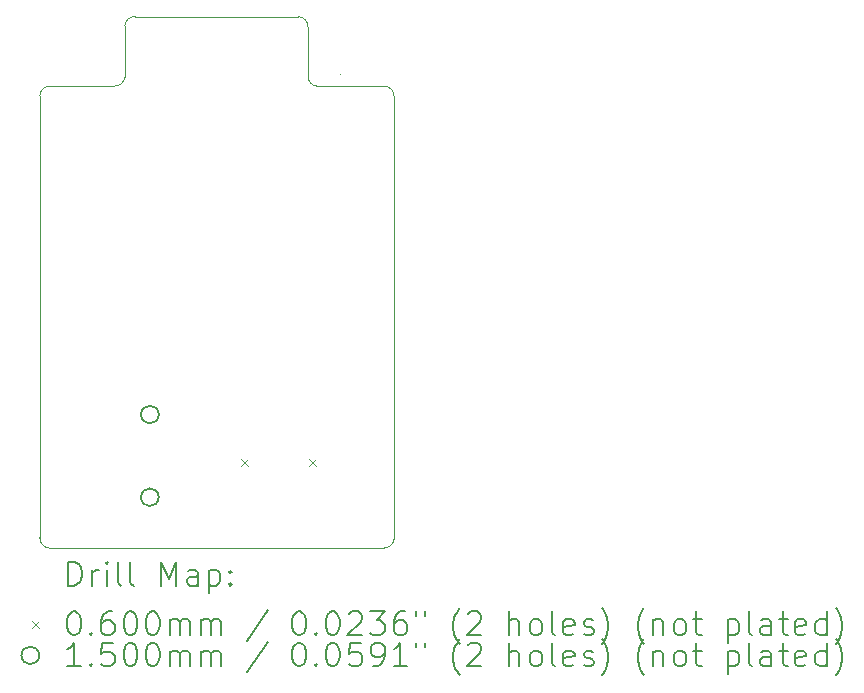
<source format=gbr>
%TF.GenerationSoftware,KiCad,Pcbnew,7.0.2-6a45011f42~172~ubuntu22.04.1*%
%TF.CreationDate,2023-05-14T19:46:34+02:00*%
%TF.ProjectId,PowerMeter,506f7765-724d-4657-9465-722e6b696361,rev?*%
%TF.SameCoordinates,Original*%
%TF.FileFunction,Drillmap*%
%TF.FilePolarity,Positive*%
%FSLAX45Y45*%
G04 Gerber Fmt 4.5, Leading zero omitted, Abs format (unit mm)*
G04 Created by KiCad (PCBNEW 7.0.2-6a45011f42~172~ubuntu22.04.1) date 2023-05-14 19:46:34*
%MOMM*%
%LPD*%
G01*
G04 APERTURE LIST*
%ADD10C,0.100000*%
%ADD11C,0.200000*%
%ADD12C,0.060000*%
%ADD13C,0.150000*%
G04 APERTURE END LIST*
D10*
X9538777Y-7513223D02*
X9538777Y-7513223D01*
X9270000Y-7118834D02*
G75*
G03*
X9190489Y-7030000I-84170J4665D01*
G01*
X7080000Y-11530000D02*
X9911166Y-11529511D01*
X9349640Y-7620000D02*
X9920000Y-7620000D01*
X7088834Y-7620490D02*
G75*
G03*
X7000000Y-7700000I-4664J-84170D01*
G01*
X7000000Y-7700000D02*
X7000489Y-11441165D01*
X9270130Y-7531166D02*
G75*
G03*
X9349640Y-7620000I84170J-4664D01*
G01*
X7720000Y-7110000D02*
X7720000Y-7540000D01*
X9270000Y-7118834D02*
X9270129Y-7531165D01*
X9999510Y-7708834D02*
G75*
G03*
X9920000Y-7620000I-84170J4664D01*
G01*
X7808834Y-7030490D02*
G75*
G03*
X7720000Y-7110000I-4664J-84170D01*
G01*
X7631166Y-7619510D02*
G75*
G03*
X7720000Y-7540000I4664J84170D01*
G01*
X7808834Y-7030489D02*
X9190489Y-7030000D01*
X9911166Y-11529510D02*
G75*
G03*
X10000000Y-11450000I4664J84170D01*
G01*
X7000490Y-11441166D02*
G75*
G03*
X7080000Y-11530000I84170J-4664D01*
G01*
X7631165Y-7619511D02*
X7088834Y-7620489D01*
X9999511Y-7708834D02*
X10000000Y-11450000D01*
D11*
D12*
X8703000Y-10777500D02*
X8763000Y-10837500D01*
X8763000Y-10777500D02*
X8703000Y-10837500D01*
X9281000Y-10777500D02*
X9341000Y-10837500D01*
X9341000Y-10777500D02*
X9281000Y-10837500D01*
D13*
X8007000Y-10400000D02*
G75*
G03*
X8007000Y-10400000I-75000J0D01*
G01*
X8007000Y-11100000D02*
G75*
G03*
X8007000Y-11100000I-75000J0D01*
G01*
D11*
X7242619Y-11847524D02*
X7242619Y-11647524D01*
X7242619Y-11647524D02*
X7290238Y-11647524D01*
X7290238Y-11647524D02*
X7318809Y-11657048D01*
X7318809Y-11657048D02*
X7337857Y-11676095D01*
X7337857Y-11676095D02*
X7347381Y-11695143D01*
X7347381Y-11695143D02*
X7356905Y-11733238D01*
X7356905Y-11733238D02*
X7356905Y-11761809D01*
X7356905Y-11761809D02*
X7347381Y-11799905D01*
X7347381Y-11799905D02*
X7337857Y-11818952D01*
X7337857Y-11818952D02*
X7318809Y-11838000D01*
X7318809Y-11838000D02*
X7290238Y-11847524D01*
X7290238Y-11847524D02*
X7242619Y-11847524D01*
X7442619Y-11847524D02*
X7442619Y-11714190D01*
X7442619Y-11752286D02*
X7452143Y-11733238D01*
X7452143Y-11733238D02*
X7461667Y-11723714D01*
X7461667Y-11723714D02*
X7480714Y-11714190D01*
X7480714Y-11714190D02*
X7499762Y-11714190D01*
X7566428Y-11847524D02*
X7566428Y-11714190D01*
X7566428Y-11647524D02*
X7556905Y-11657048D01*
X7556905Y-11657048D02*
X7566428Y-11666571D01*
X7566428Y-11666571D02*
X7575952Y-11657048D01*
X7575952Y-11657048D02*
X7566428Y-11647524D01*
X7566428Y-11647524D02*
X7566428Y-11666571D01*
X7690238Y-11847524D02*
X7671190Y-11838000D01*
X7671190Y-11838000D02*
X7661667Y-11818952D01*
X7661667Y-11818952D02*
X7661667Y-11647524D01*
X7795000Y-11847524D02*
X7775952Y-11838000D01*
X7775952Y-11838000D02*
X7766428Y-11818952D01*
X7766428Y-11818952D02*
X7766428Y-11647524D01*
X8023571Y-11847524D02*
X8023571Y-11647524D01*
X8023571Y-11647524D02*
X8090238Y-11790381D01*
X8090238Y-11790381D02*
X8156905Y-11647524D01*
X8156905Y-11647524D02*
X8156905Y-11847524D01*
X8337857Y-11847524D02*
X8337857Y-11742762D01*
X8337857Y-11742762D02*
X8328333Y-11723714D01*
X8328333Y-11723714D02*
X8309286Y-11714190D01*
X8309286Y-11714190D02*
X8271190Y-11714190D01*
X8271190Y-11714190D02*
X8252143Y-11723714D01*
X8337857Y-11838000D02*
X8318809Y-11847524D01*
X8318809Y-11847524D02*
X8271190Y-11847524D01*
X8271190Y-11847524D02*
X8252143Y-11838000D01*
X8252143Y-11838000D02*
X8242619Y-11818952D01*
X8242619Y-11818952D02*
X8242619Y-11799905D01*
X8242619Y-11799905D02*
X8252143Y-11780857D01*
X8252143Y-11780857D02*
X8271190Y-11771333D01*
X8271190Y-11771333D02*
X8318809Y-11771333D01*
X8318809Y-11771333D02*
X8337857Y-11761809D01*
X8433095Y-11714190D02*
X8433095Y-11914190D01*
X8433095Y-11723714D02*
X8452143Y-11714190D01*
X8452143Y-11714190D02*
X8490238Y-11714190D01*
X8490238Y-11714190D02*
X8509286Y-11723714D01*
X8509286Y-11723714D02*
X8518810Y-11733238D01*
X8518810Y-11733238D02*
X8528333Y-11752286D01*
X8528333Y-11752286D02*
X8528333Y-11809428D01*
X8528333Y-11809428D02*
X8518810Y-11828476D01*
X8518810Y-11828476D02*
X8509286Y-11838000D01*
X8509286Y-11838000D02*
X8490238Y-11847524D01*
X8490238Y-11847524D02*
X8452143Y-11847524D01*
X8452143Y-11847524D02*
X8433095Y-11838000D01*
X8614048Y-11828476D02*
X8623571Y-11838000D01*
X8623571Y-11838000D02*
X8614048Y-11847524D01*
X8614048Y-11847524D02*
X8604524Y-11838000D01*
X8604524Y-11838000D02*
X8614048Y-11828476D01*
X8614048Y-11828476D02*
X8614048Y-11847524D01*
X8614048Y-11723714D02*
X8623571Y-11733238D01*
X8623571Y-11733238D02*
X8614048Y-11742762D01*
X8614048Y-11742762D02*
X8604524Y-11733238D01*
X8604524Y-11733238D02*
X8614048Y-11723714D01*
X8614048Y-11723714D02*
X8614048Y-11742762D01*
D12*
X6935000Y-12145000D02*
X6995000Y-12205000D01*
X6995000Y-12145000D02*
X6935000Y-12205000D01*
D11*
X7280714Y-12067524D02*
X7299762Y-12067524D01*
X7299762Y-12067524D02*
X7318809Y-12077048D01*
X7318809Y-12077048D02*
X7328333Y-12086571D01*
X7328333Y-12086571D02*
X7337857Y-12105619D01*
X7337857Y-12105619D02*
X7347381Y-12143714D01*
X7347381Y-12143714D02*
X7347381Y-12191333D01*
X7347381Y-12191333D02*
X7337857Y-12229428D01*
X7337857Y-12229428D02*
X7328333Y-12248476D01*
X7328333Y-12248476D02*
X7318809Y-12258000D01*
X7318809Y-12258000D02*
X7299762Y-12267524D01*
X7299762Y-12267524D02*
X7280714Y-12267524D01*
X7280714Y-12267524D02*
X7261667Y-12258000D01*
X7261667Y-12258000D02*
X7252143Y-12248476D01*
X7252143Y-12248476D02*
X7242619Y-12229428D01*
X7242619Y-12229428D02*
X7233095Y-12191333D01*
X7233095Y-12191333D02*
X7233095Y-12143714D01*
X7233095Y-12143714D02*
X7242619Y-12105619D01*
X7242619Y-12105619D02*
X7252143Y-12086571D01*
X7252143Y-12086571D02*
X7261667Y-12077048D01*
X7261667Y-12077048D02*
X7280714Y-12067524D01*
X7433095Y-12248476D02*
X7442619Y-12258000D01*
X7442619Y-12258000D02*
X7433095Y-12267524D01*
X7433095Y-12267524D02*
X7423571Y-12258000D01*
X7423571Y-12258000D02*
X7433095Y-12248476D01*
X7433095Y-12248476D02*
X7433095Y-12267524D01*
X7614048Y-12067524D02*
X7575952Y-12067524D01*
X7575952Y-12067524D02*
X7556905Y-12077048D01*
X7556905Y-12077048D02*
X7547381Y-12086571D01*
X7547381Y-12086571D02*
X7528333Y-12115143D01*
X7528333Y-12115143D02*
X7518809Y-12153238D01*
X7518809Y-12153238D02*
X7518809Y-12229428D01*
X7518809Y-12229428D02*
X7528333Y-12248476D01*
X7528333Y-12248476D02*
X7537857Y-12258000D01*
X7537857Y-12258000D02*
X7556905Y-12267524D01*
X7556905Y-12267524D02*
X7595000Y-12267524D01*
X7595000Y-12267524D02*
X7614048Y-12258000D01*
X7614048Y-12258000D02*
X7623571Y-12248476D01*
X7623571Y-12248476D02*
X7633095Y-12229428D01*
X7633095Y-12229428D02*
X7633095Y-12181809D01*
X7633095Y-12181809D02*
X7623571Y-12162762D01*
X7623571Y-12162762D02*
X7614048Y-12153238D01*
X7614048Y-12153238D02*
X7595000Y-12143714D01*
X7595000Y-12143714D02*
X7556905Y-12143714D01*
X7556905Y-12143714D02*
X7537857Y-12153238D01*
X7537857Y-12153238D02*
X7528333Y-12162762D01*
X7528333Y-12162762D02*
X7518809Y-12181809D01*
X7756905Y-12067524D02*
X7775952Y-12067524D01*
X7775952Y-12067524D02*
X7795000Y-12077048D01*
X7795000Y-12077048D02*
X7804524Y-12086571D01*
X7804524Y-12086571D02*
X7814048Y-12105619D01*
X7814048Y-12105619D02*
X7823571Y-12143714D01*
X7823571Y-12143714D02*
X7823571Y-12191333D01*
X7823571Y-12191333D02*
X7814048Y-12229428D01*
X7814048Y-12229428D02*
X7804524Y-12248476D01*
X7804524Y-12248476D02*
X7795000Y-12258000D01*
X7795000Y-12258000D02*
X7775952Y-12267524D01*
X7775952Y-12267524D02*
X7756905Y-12267524D01*
X7756905Y-12267524D02*
X7737857Y-12258000D01*
X7737857Y-12258000D02*
X7728333Y-12248476D01*
X7728333Y-12248476D02*
X7718809Y-12229428D01*
X7718809Y-12229428D02*
X7709286Y-12191333D01*
X7709286Y-12191333D02*
X7709286Y-12143714D01*
X7709286Y-12143714D02*
X7718809Y-12105619D01*
X7718809Y-12105619D02*
X7728333Y-12086571D01*
X7728333Y-12086571D02*
X7737857Y-12077048D01*
X7737857Y-12077048D02*
X7756905Y-12067524D01*
X7947381Y-12067524D02*
X7966429Y-12067524D01*
X7966429Y-12067524D02*
X7985476Y-12077048D01*
X7985476Y-12077048D02*
X7995000Y-12086571D01*
X7995000Y-12086571D02*
X8004524Y-12105619D01*
X8004524Y-12105619D02*
X8014048Y-12143714D01*
X8014048Y-12143714D02*
X8014048Y-12191333D01*
X8014048Y-12191333D02*
X8004524Y-12229428D01*
X8004524Y-12229428D02*
X7995000Y-12248476D01*
X7995000Y-12248476D02*
X7985476Y-12258000D01*
X7985476Y-12258000D02*
X7966429Y-12267524D01*
X7966429Y-12267524D02*
X7947381Y-12267524D01*
X7947381Y-12267524D02*
X7928333Y-12258000D01*
X7928333Y-12258000D02*
X7918809Y-12248476D01*
X7918809Y-12248476D02*
X7909286Y-12229428D01*
X7909286Y-12229428D02*
X7899762Y-12191333D01*
X7899762Y-12191333D02*
X7899762Y-12143714D01*
X7899762Y-12143714D02*
X7909286Y-12105619D01*
X7909286Y-12105619D02*
X7918809Y-12086571D01*
X7918809Y-12086571D02*
X7928333Y-12077048D01*
X7928333Y-12077048D02*
X7947381Y-12067524D01*
X8099762Y-12267524D02*
X8099762Y-12134190D01*
X8099762Y-12153238D02*
X8109286Y-12143714D01*
X8109286Y-12143714D02*
X8128333Y-12134190D01*
X8128333Y-12134190D02*
X8156905Y-12134190D01*
X8156905Y-12134190D02*
X8175952Y-12143714D01*
X8175952Y-12143714D02*
X8185476Y-12162762D01*
X8185476Y-12162762D02*
X8185476Y-12267524D01*
X8185476Y-12162762D02*
X8195000Y-12143714D01*
X8195000Y-12143714D02*
X8214048Y-12134190D01*
X8214048Y-12134190D02*
X8242619Y-12134190D01*
X8242619Y-12134190D02*
X8261667Y-12143714D01*
X8261667Y-12143714D02*
X8271190Y-12162762D01*
X8271190Y-12162762D02*
X8271190Y-12267524D01*
X8366429Y-12267524D02*
X8366429Y-12134190D01*
X8366429Y-12153238D02*
X8375952Y-12143714D01*
X8375952Y-12143714D02*
X8395000Y-12134190D01*
X8395000Y-12134190D02*
X8423572Y-12134190D01*
X8423572Y-12134190D02*
X8442619Y-12143714D01*
X8442619Y-12143714D02*
X8452143Y-12162762D01*
X8452143Y-12162762D02*
X8452143Y-12267524D01*
X8452143Y-12162762D02*
X8461667Y-12143714D01*
X8461667Y-12143714D02*
X8480714Y-12134190D01*
X8480714Y-12134190D02*
X8509286Y-12134190D01*
X8509286Y-12134190D02*
X8528333Y-12143714D01*
X8528333Y-12143714D02*
X8537857Y-12162762D01*
X8537857Y-12162762D02*
X8537857Y-12267524D01*
X8928333Y-12058000D02*
X8756905Y-12315143D01*
X9185476Y-12067524D02*
X9204524Y-12067524D01*
X9204524Y-12067524D02*
X9223572Y-12077048D01*
X9223572Y-12077048D02*
X9233095Y-12086571D01*
X9233095Y-12086571D02*
X9242619Y-12105619D01*
X9242619Y-12105619D02*
X9252143Y-12143714D01*
X9252143Y-12143714D02*
X9252143Y-12191333D01*
X9252143Y-12191333D02*
X9242619Y-12229428D01*
X9242619Y-12229428D02*
X9233095Y-12248476D01*
X9233095Y-12248476D02*
X9223572Y-12258000D01*
X9223572Y-12258000D02*
X9204524Y-12267524D01*
X9204524Y-12267524D02*
X9185476Y-12267524D01*
X9185476Y-12267524D02*
X9166429Y-12258000D01*
X9166429Y-12258000D02*
X9156905Y-12248476D01*
X9156905Y-12248476D02*
X9147381Y-12229428D01*
X9147381Y-12229428D02*
X9137857Y-12191333D01*
X9137857Y-12191333D02*
X9137857Y-12143714D01*
X9137857Y-12143714D02*
X9147381Y-12105619D01*
X9147381Y-12105619D02*
X9156905Y-12086571D01*
X9156905Y-12086571D02*
X9166429Y-12077048D01*
X9166429Y-12077048D02*
X9185476Y-12067524D01*
X9337857Y-12248476D02*
X9347381Y-12258000D01*
X9347381Y-12258000D02*
X9337857Y-12267524D01*
X9337857Y-12267524D02*
X9328334Y-12258000D01*
X9328334Y-12258000D02*
X9337857Y-12248476D01*
X9337857Y-12248476D02*
X9337857Y-12267524D01*
X9471191Y-12067524D02*
X9490238Y-12067524D01*
X9490238Y-12067524D02*
X9509286Y-12077048D01*
X9509286Y-12077048D02*
X9518810Y-12086571D01*
X9518810Y-12086571D02*
X9528334Y-12105619D01*
X9528334Y-12105619D02*
X9537857Y-12143714D01*
X9537857Y-12143714D02*
X9537857Y-12191333D01*
X9537857Y-12191333D02*
X9528334Y-12229428D01*
X9528334Y-12229428D02*
X9518810Y-12248476D01*
X9518810Y-12248476D02*
X9509286Y-12258000D01*
X9509286Y-12258000D02*
X9490238Y-12267524D01*
X9490238Y-12267524D02*
X9471191Y-12267524D01*
X9471191Y-12267524D02*
X9452143Y-12258000D01*
X9452143Y-12258000D02*
X9442619Y-12248476D01*
X9442619Y-12248476D02*
X9433095Y-12229428D01*
X9433095Y-12229428D02*
X9423572Y-12191333D01*
X9423572Y-12191333D02*
X9423572Y-12143714D01*
X9423572Y-12143714D02*
X9433095Y-12105619D01*
X9433095Y-12105619D02*
X9442619Y-12086571D01*
X9442619Y-12086571D02*
X9452143Y-12077048D01*
X9452143Y-12077048D02*
X9471191Y-12067524D01*
X9614048Y-12086571D02*
X9623572Y-12077048D01*
X9623572Y-12077048D02*
X9642619Y-12067524D01*
X9642619Y-12067524D02*
X9690238Y-12067524D01*
X9690238Y-12067524D02*
X9709286Y-12077048D01*
X9709286Y-12077048D02*
X9718810Y-12086571D01*
X9718810Y-12086571D02*
X9728334Y-12105619D01*
X9728334Y-12105619D02*
X9728334Y-12124667D01*
X9728334Y-12124667D02*
X9718810Y-12153238D01*
X9718810Y-12153238D02*
X9604524Y-12267524D01*
X9604524Y-12267524D02*
X9728334Y-12267524D01*
X9795000Y-12067524D02*
X9918810Y-12067524D01*
X9918810Y-12067524D02*
X9852143Y-12143714D01*
X9852143Y-12143714D02*
X9880715Y-12143714D01*
X9880715Y-12143714D02*
X9899762Y-12153238D01*
X9899762Y-12153238D02*
X9909286Y-12162762D01*
X9909286Y-12162762D02*
X9918810Y-12181809D01*
X9918810Y-12181809D02*
X9918810Y-12229428D01*
X9918810Y-12229428D02*
X9909286Y-12248476D01*
X9909286Y-12248476D02*
X9899762Y-12258000D01*
X9899762Y-12258000D02*
X9880715Y-12267524D01*
X9880715Y-12267524D02*
X9823572Y-12267524D01*
X9823572Y-12267524D02*
X9804524Y-12258000D01*
X9804524Y-12258000D02*
X9795000Y-12248476D01*
X10090238Y-12067524D02*
X10052143Y-12067524D01*
X10052143Y-12067524D02*
X10033095Y-12077048D01*
X10033095Y-12077048D02*
X10023572Y-12086571D01*
X10023572Y-12086571D02*
X10004524Y-12115143D01*
X10004524Y-12115143D02*
X9995000Y-12153238D01*
X9995000Y-12153238D02*
X9995000Y-12229428D01*
X9995000Y-12229428D02*
X10004524Y-12248476D01*
X10004524Y-12248476D02*
X10014048Y-12258000D01*
X10014048Y-12258000D02*
X10033095Y-12267524D01*
X10033095Y-12267524D02*
X10071191Y-12267524D01*
X10071191Y-12267524D02*
X10090238Y-12258000D01*
X10090238Y-12258000D02*
X10099762Y-12248476D01*
X10099762Y-12248476D02*
X10109286Y-12229428D01*
X10109286Y-12229428D02*
X10109286Y-12181809D01*
X10109286Y-12181809D02*
X10099762Y-12162762D01*
X10099762Y-12162762D02*
X10090238Y-12153238D01*
X10090238Y-12153238D02*
X10071191Y-12143714D01*
X10071191Y-12143714D02*
X10033095Y-12143714D01*
X10033095Y-12143714D02*
X10014048Y-12153238D01*
X10014048Y-12153238D02*
X10004524Y-12162762D01*
X10004524Y-12162762D02*
X9995000Y-12181809D01*
X10185476Y-12067524D02*
X10185476Y-12105619D01*
X10261667Y-12067524D02*
X10261667Y-12105619D01*
X10556905Y-12343714D02*
X10547381Y-12334190D01*
X10547381Y-12334190D02*
X10528334Y-12305619D01*
X10528334Y-12305619D02*
X10518810Y-12286571D01*
X10518810Y-12286571D02*
X10509286Y-12258000D01*
X10509286Y-12258000D02*
X10499762Y-12210381D01*
X10499762Y-12210381D02*
X10499762Y-12172286D01*
X10499762Y-12172286D02*
X10509286Y-12124667D01*
X10509286Y-12124667D02*
X10518810Y-12096095D01*
X10518810Y-12096095D02*
X10528334Y-12077048D01*
X10528334Y-12077048D02*
X10547381Y-12048476D01*
X10547381Y-12048476D02*
X10556905Y-12038952D01*
X10623572Y-12086571D02*
X10633096Y-12077048D01*
X10633096Y-12077048D02*
X10652143Y-12067524D01*
X10652143Y-12067524D02*
X10699762Y-12067524D01*
X10699762Y-12067524D02*
X10718810Y-12077048D01*
X10718810Y-12077048D02*
X10728334Y-12086571D01*
X10728334Y-12086571D02*
X10737857Y-12105619D01*
X10737857Y-12105619D02*
X10737857Y-12124667D01*
X10737857Y-12124667D02*
X10728334Y-12153238D01*
X10728334Y-12153238D02*
X10614048Y-12267524D01*
X10614048Y-12267524D02*
X10737857Y-12267524D01*
X10975953Y-12267524D02*
X10975953Y-12067524D01*
X11061667Y-12267524D02*
X11061667Y-12162762D01*
X11061667Y-12162762D02*
X11052143Y-12143714D01*
X11052143Y-12143714D02*
X11033096Y-12134190D01*
X11033096Y-12134190D02*
X11004524Y-12134190D01*
X11004524Y-12134190D02*
X10985477Y-12143714D01*
X10985477Y-12143714D02*
X10975953Y-12153238D01*
X11185476Y-12267524D02*
X11166429Y-12258000D01*
X11166429Y-12258000D02*
X11156905Y-12248476D01*
X11156905Y-12248476D02*
X11147381Y-12229428D01*
X11147381Y-12229428D02*
X11147381Y-12172286D01*
X11147381Y-12172286D02*
X11156905Y-12153238D01*
X11156905Y-12153238D02*
X11166429Y-12143714D01*
X11166429Y-12143714D02*
X11185476Y-12134190D01*
X11185476Y-12134190D02*
X11214048Y-12134190D01*
X11214048Y-12134190D02*
X11233096Y-12143714D01*
X11233096Y-12143714D02*
X11242619Y-12153238D01*
X11242619Y-12153238D02*
X11252143Y-12172286D01*
X11252143Y-12172286D02*
X11252143Y-12229428D01*
X11252143Y-12229428D02*
X11242619Y-12248476D01*
X11242619Y-12248476D02*
X11233096Y-12258000D01*
X11233096Y-12258000D02*
X11214048Y-12267524D01*
X11214048Y-12267524D02*
X11185476Y-12267524D01*
X11366429Y-12267524D02*
X11347381Y-12258000D01*
X11347381Y-12258000D02*
X11337857Y-12238952D01*
X11337857Y-12238952D02*
X11337857Y-12067524D01*
X11518810Y-12258000D02*
X11499762Y-12267524D01*
X11499762Y-12267524D02*
X11461667Y-12267524D01*
X11461667Y-12267524D02*
X11442619Y-12258000D01*
X11442619Y-12258000D02*
X11433096Y-12238952D01*
X11433096Y-12238952D02*
X11433096Y-12162762D01*
X11433096Y-12162762D02*
X11442619Y-12143714D01*
X11442619Y-12143714D02*
X11461667Y-12134190D01*
X11461667Y-12134190D02*
X11499762Y-12134190D01*
X11499762Y-12134190D02*
X11518810Y-12143714D01*
X11518810Y-12143714D02*
X11528334Y-12162762D01*
X11528334Y-12162762D02*
X11528334Y-12181809D01*
X11528334Y-12181809D02*
X11433096Y-12200857D01*
X11604524Y-12258000D02*
X11623572Y-12267524D01*
X11623572Y-12267524D02*
X11661667Y-12267524D01*
X11661667Y-12267524D02*
X11680715Y-12258000D01*
X11680715Y-12258000D02*
X11690238Y-12238952D01*
X11690238Y-12238952D02*
X11690238Y-12229428D01*
X11690238Y-12229428D02*
X11680715Y-12210381D01*
X11680715Y-12210381D02*
X11661667Y-12200857D01*
X11661667Y-12200857D02*
X11633096Y-12200857D01*
X11633096Y-12200857D02*
X11614048Y-12191333D01*
X11614048Y-12191333D02*
X11604524Y-12172286D01*
X11604524Y-12172286D02*
X11604524Y-12162762D01*
X11604524Y-12162762D02*
X11614048Y-12143714D01*
X11614048Y-12143714D02*
X11633096Y-12134190D01*
X11633096Y-12134190D02*
X11661667Y-12134190D01*
X11661667Y-12134190D02*
X11680715Y-12143714D01*
X11756905Y-12343714D02*
X11766429Y-12334190D01*
X11766429Y-12334190D02*
X11785477Y-12305619D01*
X11785477Y-12305619D02*
X11795000Y-12286571D01*
X11795000Y-12286571D02*
X11804524Y-12258000D01*
X11804524Y-12258000D02*
X11814048Y-12210381D01*
X11814048Y-12210381D02*
X11814048Y-12172286D01*
X11814048Y-12172286D02*
X11804524Y-12124667D01*
X11804524Y-12124667D02*
X11795000Y-12096095D01*
X11795000Y-12096095D02*
X11785477Y-12077048D01*
X11785477Y-12077048D02*
X11766429Y-12048476D01*
X11766429Y-12048476D02*
X11756905Y-12038952D01*
X12118810Y-12343714D02*
X12109286Y-12334190D01*
X12109286Y-12334190D02*
X12090238Y-12305619D01*
X12090238Y-12305619D02*
X12080715Y-12286571D01*
X12080715Y-12286571D02*
X12071191Y-12258000D01*
X12071191Y-12258000D02*
X12061667Y-12210381D01*
X12061667Y-12210381D02*
X12061667Y-12172286D01*
X12061667Y-12172286D02*
X12071191Y-12124667D01*
X12071191Y-12124667D02*
X12080715Y-12096095D01*
X12080715Y-12096095D02*
X12090238Y-12077048D01*
X12090238Y-12077048D02*
X12109286Y-12048476D01*
X12109286Y-12048476D02*
X12118810Y-12038952D01*
X12195000Y-12134190D02*
X12195000Y-12267524D01*
X12195000Y-12153238D02*
X12204524Y-12143714D01*
X12204524Y-12143714D02*
X12223572Y-12134190D01*
X12223572Y-12134190D02*
X12252143Y-12134190D01*
X12252143Y-12134190D02*
X12271191Y-12143714D01*
X12271191Y-12143714D02*
X12280715Y-12162762D01*
X12280715Y-12162762D02*
X12280715Y-12267524D01*
X12404524Y-12267524D02*
X12385477Y-12258000D01*
X12385477Y-12258000D02*
X12375953Y-12248476D01*
X12375953Y-12248476D02*
X12366429Y-12229428D01*
X12366429Y-12229428D02*
X12366429Y-12172286D01*
X12366429Y-12172286D02*
X12375953Y-12153238D01*
X12375953Y-12153238D02*
X12385477Y-12143714D01*
X12385477Y-12143714D02*
X12404524Y-12134190D01*
X12404524Y-12134190D02*
X12433096Y-12134190D01*
X12433096Y-12134190D02*
X12452143Y-12143714D01*
X12452143Y-12143714D02*
X12461667Y-12153238D01*
X12461667Y-12153238D02*
X12471191Y-12172286D01*
X12471191Y-12172286D02*
X12471191Y-12229428D01*
X12471191Y-12229428D02*
X12461667Y-12248476D01*
X12461667Y-12248476D02*
X12452143Y-12258000D01*
X12452143Y-12258000D02*
X12433096Y-12267524D01*
X12433096Y-12267524D02*
X12404524Y-12267524D01*
X12528334Y-12134190D02*
X12604524Y-12134190D01*
X12556905Y-12067524D02*
X12556905Y-12238952D01*
X12556905Y-12238952D02*
X12566429Y-12258000D01*
X12566429Y-12258000D02*
X12585477Y-12267524D01*
X12585477Y-12267524D02*
X12604524Y-12267524D01*
X12823572Y-12134190D02*
X12823572Y-12334190D01*
X12823572Y-12143714D02*
X12842619Y-12134190D01*
X12842619Y-12134190D02*
X12880715Y-12134190D01*
X12880715Y-12134190D02*
X12899762Y-12143714D01*
X12899762Y-12143714D02*
X12909286Y-12153238D01*
X12909286Y-12153238D02*
X12918810Y-12172286D01*
X12918810Y-12172286D02*
X12918810Y-12229428D01*
X12918810Y-12229428D02*
X12909286Y-12248476D01*
X12909286Y-12248476D02*
X12899762Y-12258000D01*
X12899762Y-12258000D02*
X12880715Y-12267524D01*
X12880715Y-12267524D02*
X12842619Y-12267524D01*
X12842619Y-12267524D02*
X12823572Y-12258000D01*
X13033096Y-12267524D02*
X13014048Y-12258000D01*
X13014048Y-12258000D02*
X13004524Y-12238952D01*
X13004524Y-12238952D02*
X13004524Y-12067524D01*
X13195000Y-12267524D02*
X13195000Y-12162762D01*
X13195000Y-12162762D02*
X13185477Y-12143714D01*
X13185477Y-12143714D02*
X13166429Y-12134190D01*
X13166429Y-12134190D02*
X13128334Y-12134190D01*
X13128334Y-12134190D02*
X13109286Y-12143714D01*
X13195000Y-12258000D02*
X13175953Y-12267524D01*
X13175953Y-12267524D02*
X13128334Y-12267524D01*
X13128334Y-12267524D02*
X13109286Y-12258000D01*
X13109286Y-12258000D02*
X13099762Y-12238952D01*
X13099762Y-12238952D02*
X13099762Y-12219905D01*
X13099762Y-12219905D02*
X13109286Y-12200857D01*
X13109286Y-12200857D02*
X13128334Y-12191333D01*
X13128334Y-12191333D02*
X13175953Y-12191333D01*
X13175953Y-12191333D02*
X13195000Y-12181809D01*
X13261667Y-12134190D02*
X13337858Y-12134190D01*
X13290239Y-12067524D02*
X13290239Y-12238952D01*
X13290239Y-12238952D02*
X13299762Y-12258000D01*
X13299762Y-12258000D02*
X13318810Y-12267524D01*
X13318810Y-12267524D02*
X13337858Y-12267524D01*
X13480715Y-12258000D02*
X13461667Y-12267524D01*
X13461667Y-12267524D02*
X13423572Y-12267524D01*
X13423572Y-12267524D02*
X13404524Y-12258000D01*
X13404524Y-12258000D02*
X13395000Y-12238952D01*
X13395000Y-12238952D02*
X13395000Y-12162762D01*
X13395000Y-12162762D02*
X13404524Y-12143714D01*
X13404524Y-12143714D02*
X13423572Y-12134190D01*
X13423572Y-12134190D02*
X13461667Y-12134190D01*
X13461667Y-12134190D02*
X13480715Y-12143714D01*
X13480715Y-12143714D02*
X13490239Y-12162762D01*
X13490239Y-12162762D02*
X13490239Y-12181809D01*
X13490239Y-12181809D02*
X13395000Y-12200857D01*
X13661667Y-12267524D02*
X13661667Y-12067524D01*
X13661667Y-12258000D02*
X13642620Y-12267524D01*
X13642620Y-12267524D02*
X13604524Y-12267524D01*
X13604524Y-12267524D02*
X13585477Y-12258000D01*
X13585477Y-12258000D02*
X13575953Y-12248476D01*
X13575953Y-12248476D02*
X13566429Y-12229428D01*
X13566429Y-12229428D02*
X13566429Y-12172286D01*
X13566429Y-12172286D02*
X13575953Y-12153238D01*
X13575953Y-12153238D02*
X13585477Y-12143714D01*
X13585477Y-12143714D02*
X13604524Y-12134190D01*
X13604524Y-12134190D02*
X13642620Y-12134190D01*
X13642620Y-12134190D02*
X13661667Y-12143714D01*
X13737858Y-12343714D02*
X13747381Y-12334190D01*
X13747381Y-12334190D02*
X13766429Y-12305619D01*
X13766429Y-12305619D02*
X13775953Y-12286571D01*
X13775953Y-12286571D02*
X13785477Y-12258000D01*
X13785477Y-12258000D02*
X13795000Y-12210381D01*
X13795000Y-12210381D02*
X13795000Y-12172286D01*
X13795000Y-12172286D02*
X13785477Y-12124667D01*
X13785477Y-12124667D02*
X13775953Y-12096095D01*
X13775953Y-12096095D02*
X13766429Y-12077048D01*
X13766429Y-12077048D02*
X13747381Y-12048476D01*
X13747381Y-12048476D02*
X13737858Y-12038952D01*
D13*
X6995000Y-12439000D02*
G75*
G03*
X6995000Y-12439000I-75000J0D01*
G01*
D11*
X7347381Y-12531524D02*
X7233095Y-12531524D01*
X7290238Y-12531524D02*
X7290238Y-12331524D01*
X7290238Y-12331524D02*
X7271190Y-12360095D01*
X7271190Y-12360095D02*
X7252143Y-12379143D01*
X7252143Y-12379143D02*
X7233095Y-12388667D01*
X7433095Y-12512476D02*
X7442619Y-12522000D01*
X7442619Y-12522000D02*
X7433095Y-12531524D01*
X7433095Y-12531524D02*
X7423571Y-12522000D01*
X7423571Y-12522000D02*
X7433095Y-12512476D01*
X7433095Y-12512476D02*
X7433095Y-12531524D01*
X7623571Y-12331524D02*
X7528333Y-12331524D01*
X7528333Y-12331524D02*
X7518809Y-12426762D01*
X7518809Y-12426762D02*
X7528333Y-12417238D01*
X7528333Y-12417238D02*
X7547381Y-12407714D01*
X7547381Y-12407714D02*
X7595000Y-12407714D01*
X7595000Y-12407714D02*
X7614048Y-12417238D01*
X7614048Y-12417238D02*
X7623571Y-12426762D01*
X7623571Y-12426762D02*
X7633095Y-12445809D01*
X7633095Y-12445809D02*
X7633095Y-12493428D01*
X7633095Y-12493428D02*
X7623571Y-12512476D01*
X7623571Y-12512476D02*
X7614048Y-12522000D01*
X7614048Y-12522000D02*
X7595000Y-12531524D01*
X7595000Y-12531524D02*
X7547381Y-12531524D01*
X7547381Y-12531524D02*
X7528333Y-12522000D01*
X7528333Y-12522000D02*
X7518809Y-12512476D01*
X7756905Y-12331524D02*
X7775952Y-12331524D01*
X7775952Y-12331524D02*
X7795000Y-12341048D01*
X7795000Y-12341048D02*
X7804524Y-12350571D01*
X7804524Y-12350571D02*
X7814048Y-12369619D01*
X7814048Y-12369619D02*
X7823571Y-12407714D01*
X7823571Y-12407714D02*
X7823571Y-12455333D01*
X7823571Y-12455333D02*
X7814048Y-12493428D01*
X7814048Y-12493428D02*
X7804524Y-12512476D01*
X7804524Y-12512476D02*
X7795000Y-12522000D01*
X7795000Y-12522000D02*
X7775952Y-12531524D01*
X7775952Y-12531524D02*
X7756905Y-12531524D01*
X7756905Y-12531524D02*
X7737857Y-12522000D01*
X7737857Y-12522000D02*
X7728333Y-12512476D01*
X7728333Y-12512476D02*
X7718809Y-12493428D01*
X7718809Y-12493428D02*
X7709286Y-12455333D01*
X7709286Y-12455333D02*
X7709286Y-12407714D01*
X7709286Y-12407714D02*
X7718809Y-12369619D01*
X7718809Y-12369619D02*
X7728333Y-12350571D01*
X7728333Y-12350571D02*
X7737857Y-12341048D01*
X7737857Y-12341048D02*
X7756905Y-12331524D01*
X7947381Y-12331524D02*
X7966429Y-12331524D01*
X7966429Y-12331524D02*
X7985476Y-12341048D01*
X7985476Y-12341048D02*
X7995000Y-12350571D01*
X7995000Y-12350571D02*
X8004524Y-12369619D01*
X8004524Y-12369619D02*
X8014048Y-12407714D01*
X8014048Y-12407714D02*
X8014048Y-12455333D01*
X8014048Y-12455333D02*
X8004524Y-12493428D01*
X8004524Y-12493428D02*
X7995000Y-12512476D01*
X7995000Y-12512476D02*
X7985476Y-12522000D01*
X7985476Y-12522000D02*
X7966429Y-12531524D01*
X7966429Y-12531524D02*
X7947381Y-12531524D01*
X7947381Y-12531524D02*
X7928333Y-12522000D01*
X7928333Y-12522000D02*
X7918809Y-12512476D01*
X7918809Y-12512476D02*
X7909286Y-12493428D01*
X7909286Y-12493428D02*
X7899762Y-12455333D01*
X7899762Y-12455333D02*
X7899762Y-12407714D01*
X7899762Y-12407714D02*
X7909286Y-12369619D01*
X7909286Y-12369619D02*
X7918809Y-12350571D01*
X7918809Y-12350571D02*
X7928333Y-12341048D01*
X7928333Y-12341048D02*
X7947381Y-12331524D01*
X8099762Y-12531524D02*
X8099762Y-12398190D01*
X8099762Y-12417238D02*
X8109286Y-12407714D01*
X8109286Y-12407714D02*
X8128333Y-12398190D01*
X8128333Y-12398190D02*
X8156905Y-12398190D01*
X8156905Y-12398190D02*
X8175952Y-12407714D01*
X8175952Y-12407714D02*
X8185476Y-12426762D01*
X8185476Y-12426762D02*
X8185476Y-12531524D01*
X8185476Y-12426762D02*
X8195000Y-12407714D01*
X8195000Y-12407714D02*
X8214048Y-12398190D01*
X8214048Y-12398190D02*
X8242619Y-12398190D01*
X8242619Y-12398190D02*
X8261667Y-12407714D01*
X8261667Y-12407714D02*
X8271190Y-12426762D01*
X8271190Y-12426762D02*
X8271190Y-12531524D01*
X8366429Y-12531524D02*
X8366429Y-12398190D01*
X8366429Y-12417238D02*
X8375952Y-12407714D01*
X8375952Y-12407714D02*
X8395000Y-12398190D01*
X8395000Y-12398190D02*
X8423572Y-12398190D01*
X8423572Y-12398190D02*
X8442619Y-12407714D01*
X8442619Y-12407714D02*
X8452143Y-12426762D01*
X8452143Y-12426762D02*
X8452143Y-12531524D01*
X8452143Y-12426762D02*
X8461667Y-12407714D01*
X8461667Y-12407714D02*
X8480714Y-12398190D01*
X8480714Y-12398190D02*
X8509286Y-12398190D01*
X8509286Y-12398190D02*
X8528333Y-12407714D01*
X8528333Y-12407714D02*
X8537857Y-12426762D01*
X8537857Y-12426762D02*
X8537857Y-12531524D01*
X8928333Y-12322000D02*
X8756905Y-12579143D01*
X9185476Y-12331524D02*
X9204524Y-12331524D01*
X9204524Y-12331524D02*
X9223572Y-12341048D01*
X9223572Y-12341048D02*
X9233095Y-12350571D01*
X9233095Y-12350571D02*
X9242619Y-12369619D01*
X9242619Y-12369619D02*
X9252143Y-12407714D01*
X9252143Y-12407714D02*
X9252143Y-12455333D01*
X9252143Y-12455333D02*
X9242619Y-12493428D01*
X9242619Y-12493428D02*
X9233095Y-12512476D01*
X9233095Y-12512476D02*
X9223572Y-12522000D01*
X9223572Y-12522000D02*
X9204524Y-12531524D01*
X9204524Y-12531524D02*
X9185476Y-12531524D01*
X9185476Y-12531524D02*
X9166429Y-12522000D01*
X9166429Y-12522000D02*
X9156905Y-12512476D01*
X9156905Y-12512476D02*
X9147381Y-12493428D01*
X9147381Y-12493428D02*
X9137857Y-12455333D01*
X9137857Y-12455333D02*
X9137857Y-12407714D01*
X9137857Y-12407714D02*
X9147381Y-12369619D01*
X9147381Y-12369619D02*
X9156905Y-12350571D01*
X9156905Y-12350571D02*
X9166429Y-12341048D01*
X9166429Y-12341048D02*
X9185476Y-12331524D01*
X9337857Y-12512476D02*
X9347381Y-12522000D01*
X9347381Y-12522000D02*
X9337857Y-12531524D01*
X9337857Y-12531524D02*
X9328334Y-12522000D01*
X9328334Y-12522000D02*
X9337857Y-12512476D01*
X9337857Y-12512476D02*
X9337857Y-12531524D01*
X9471191Y-12331524D02*
X9490238Y-12331524D01*
X9490238Y-12331524D02*
X9509286Y-12341048D01*
X9509286Y-12341048D02*
X9518810Y-12350571D01*
X9518810Y-12350571D02*
X9528334Y-12369619D01*
X9528334Y-12369619D02*
X9537857Y-12407714D01*
X9537857Y-12407714D02*
X9537857Y-12455333D01*
X9537857Y-12455333D02*
X9528334Y-12493428D01*
X9528334Y-12493428D02*
X9518810Y-12512476D01*
X9518810Y-12512476D02*
X9509286Y-12522000D01*
X9509286Y-12522000D02*
X9490238Y-12531524D01*
X9490238Y-12531524D02*
X9471191Y-12531524D01*
X9471191Y-12531524D02*
X9452143Y-12522000D01*
X9452143Y-12522000D02*
X9442619Y-12512476D01*
X9442619Y-12512476D02*
X9433095Y-12493428D01*
X9433095Y-12493428D02*
X9423572Y-12455333D01*
X9423572Y-12455333D02*
X9423572Y-12407714D01*
X9423572Y-12407714D02*
X9433095Y-12369619D01*
X9433095Y-12369619D02*
X9442619Y-12350571D01*
X9442619Y-12350571D02*
X9452143Y-12341048D01*
X9452143Y-12341048D02*
X9471191Y-12331524D01*
X9718810Y-12331524D02*
X9623572Y-12331524D01*
X9623572Y-12331524D02*
X9614048Y-12426762D01*
X9614048Y-12426762D02*
X9623572Y-12417238D01*
X9623572Y-12417238D02*
X9642619Y-12407714D01*
X9642619Y-12407714D02*
X9690238Y-12407714D01*
X9690238Y-12407714D02*
X9709286Y-12417238D01*
X9709286Y-12417238D02*
X9718810Y-12426762D01*
X9718810Y-12426762D02*
X9728334Y-12445809D01*
X9728334Y-12445809D02*
X9728334Y-12493428D01*
X9728334Y-12493428D02*
X9718810Y-12512476D01*
X9718810Y-12512476D02*
X9709286Y-12522000D01*
X9709286Y-12522000D02*
X9690238Y-12531524D01*
X9690238Y-12531524D02*
X9642619Y-12531524D01*
X9642619Y-12531524D02*
X9623572Y-12522000D01*
X9623572Y-12522000D02*
X9614048Y-12512476D01*
X9823572Y-12531524D02*
X9861667Y-12531524D01*
X9861667Y-12531524D02*
X9880715Y-12522000D01*
X9880715Y-12522000D02*
X9890238Y-12512476D01*
X9890238Y-12512476D02*
X9909286Y-12483905D01*
X9909286Y-12483905D02*
X9918810Y-12445809D01*
X9918810Y-12445809D02*
X9918810Y-12369619D01*
X9918810Y-12369619D02*
X9909286Y-12350571D01*
X9909286Y-12350571D02*
X9899762Y-12341048D01*
X9899762Y-12341048D02*
X9880715Y-12331524D01*
X9880715Y-12331524D02*
X9842619Y-12331524D01*
X9842619Y-12331524D02*
X9823572Y-12341048D01*
X9823572Y-12341048D02*
X9814048Y-12350571D01*
X9814048Y-12350571D02*
X9804524Y-12369619D01*
X9804524Y-12369619D02*
X9804524Y-12417238D01*
X9804524Y-12417238D02*
X9814048Y-12436286D01*
X9814048Y-12436286D02*
X9823572Y-12445809D01*
X9823572Y-12445809D02*
X9842619Y-12455333D01*
X9842619Y-12455333D02*
X9880715Y-12455333D01*
X9880715Y-12455333D02*
X9899762Y-12445809D01*
X9899762Y-12445809D02*
X9909286Y-12436286D01*
X9909286Y-12436286D02*
X9918810Y-12417238D01*
X10109286Y-12531524D02*
X9995000Y-12531524D01*
X10052143Y-12531524D02*
X10052143Y-12331524D01*
X10052143Y-12331524D02*
X10033095Y-12360095D01*
X10033095Y-12360095D02*
X10014048Y-12379143D01*
X10014048Y-12379143D02*
X9995000Y-12388667D01*
X10185476Y-12331524D02*
X10185476Y-12369619D01*
X10261667Y-12331524D02*
X10261667Y-12369619D01*
X10556905Y-12607714D02*
X10547381Y-12598190D01*
X10547381Y-12598190D02*
X10528334Y-12569619D01*
X10528334Y-12569619D02*
X10518810Y-12550571D01*
X10518810Y-12550571D02*
X10509286Y-12522000D01*
X10509286Y-12522000D02*
X10499762Y-12474381D01*
X10499762Y-12474381D02*
X10499762Y-12436286D01*
X10499762Y-12436286D02*
X10509286Y-12388667D01*
X10509286Y-12388667D02*
X10518810Y-12360095D01*
X10518810Y-12360095D02*
X10528334Y-12341048D01*
X10528334Y-12341048D02*
X10547381Y-12312476D01*
X10547381Y-12312476D02*
X10556905Y-12302952D01*
X10623572Y-12350571D02*
X10633096Y-12341048D01*
X10633096Y-12341048D02*
X10652143Y-12331524D01*
X10652143Y-12331524D02*
X10699762Y-12331524D01*
X10699762Y-12331524D02*
X10718810Y-12341048D01*
X10718810Y-12341048D02*
X10728334Y-12350571D01*
X10728334Y-12350571D02*
X10737857Y-12369619D01*
X10737857Y-12369619D02*
X10737857Y-12388667D01*
X10737857Y-12388667D02*
X10728334Y-12417238D01*
X10728334Y-12417238D02*
X10614048Y-12531524D01*
X10614048Y-12531524D02*
X10737857Y-12531524D01*
X10975953Y-12531524D02*
X10975953Y-12331524D01*
X11061667Y-12531524D02*
X11061667Y-12426762D01*
X11061667Y-12426762D02*
X11052143Y-12407714D01*
X11052143Y-12407714D02*
X11033096Y-12398190D01*
X11033096Y-12398190D02*
X11004524Y-12398190D01*
X11004524Y-12398190D02*
X10985477Y-12407714D01*
X10985477Y-12407714D02*
X10975953Y-12417238D01*
X11185476Y-12531524D02*
X11166429Y-12522000D01*
X11166429Y-12522000D02*
X11156905Y-12512476D01*
X11156905Y-12512476D02*
X11147381Y-12493428D01*
X11147381Y-12493428D02*
X11147381Y-12436286D01*
X11147381Y-12436286D02*
X11156905Y-12417238D01*
X11156905Y-12417238D02*
X11166429Y-12407714D01*
X11166429Y-12407714D02*
X11185476Y-12398190D01*
X11185476Y-12398190D02*
X11214048Y-12398190D01*
X11214048Y-12398190D02*
X11233096Y-12407714D01*
X11233096Y-12407714D02*
X11242619Y-12417238D01*
X11242619Y-12417238D02*
X11252143Y-12436286D01*
X11252143Y-12436286D02*
X11252143Y-12493428D01*
X11252143Y-12493428D02*
X11242619Y-12512476D01*
X11242619Y-12512476D02*
X11233096Y-12522000D01*
X11233096Y-12522000D02*
X11214048Y-12531524D01*
X11214048Y-12531524D02*
X11185476Y-12531524D01*
X11366429Y-12531524D02*
X11347381Y-12522000D01*
X11347381Y-12522000D02*
X11337857Y-12502952D01*
X11337857Y-12502952D02*
X11337857Y-12331524D01*
X11518810Y-12522000D02*
X11499762Y-12531524D01*
X11499762Y-12531524D02*
X11461667Y-12531524D01*
X11461667Y-12531524D02*
X11442619Y-12522000D01*
X11442619Y-12522000D02*
X11433096Y-12502952D01*
X11433096Y-12502952D02*
X11433096Y-12426762D01*
X11433096Y-12426762D02*
X11442619Y-12407714D01*
X11442619Y-12407714D02*
X11461667Y-12398190D01*
X11461667Y-12398190D02*
X11499762Y-12398190D01*
X11499762Y-12398190D02*
X11518810Y-12407714D01*
X11518810Y-12407714D02*
X11528334Y-12426762D01*
X11528334Y-12426762D02*
X11528334Y-12445809D01*
X11528334Y-12445809D02*
X11433096Y-12464857D01*
X11604524Y-12522000D02*
X11623572Y-12531524D01*
X11623572Y-12531524D02*
X11661667Y-12531524D01*
X11661667Y-12531524D02*
X11680715Y-12522000D01*
X11680715Y-12522000D02*
X11690238Y-12502952D01*
X11690238Y-12502952D02*
X11690238Y-12493428D01*
X11690238Y-12493428D02*
X11680715Y-12474381D01*
X11680715Y-12474381D02*
X11661667Y-12464857D01*
X11661667Y-12464857D02*
X11633096Y-12464857D01*
X11633096Y-12464857D02*
X11614048Y-12455333D01*
X11614048Y-12455333D02*
X11604524Y-12436286D01*
X11604524Y-12436286D02*
X11604524Y-12426762D01*
X11604524Y-12426762D02*
X11614048Y-12407714D01*
X11614048Y-12407714D02*
X11633096Y-12398190D01*
X11633096Y-12398190D02*
X11661667Y-12398190D01*
X11661667Y-12398190D02*
X11680715Y-12407714D01*
X11756905Y-12607714D02*
X11766429Y-12598190D01*
X11766429Y-12598190D02*
X11785477Y-12569619D01*
X11785477Y-12569619D02*
X11795000Y-12550571D01*
X11795000Y-12550571D02*
X11804524Y-12522000D01*
X11804524Y-12522000D02*
X11814048Y-12474381D01*
X11814048Y-12474381D02*
X11814048Y-12436286D01*
X11814048Y-12436286D02*
X11804524Y-12388667D01*
X11804524Y-12388667D02*
X11795000Y-12360095D01*
X11795000Y-12360095D02*
X11785477Y-12341048D01*
X11785477Y-12341048D02*
X11766429Y-12312476D01*
X11766429Y-12312476D02*
X11756905Y-12302952D01*
X12118810Y-12607714D02*
X12109286Y-12598190D01*
X12109286Y-12598190D02*
X12090238Y-12569619D01*
X12090238Y-12569619D02*
X12080715Y-12550571D01*
X12080715Y-12550571D02*
X12071191Y-12522000D01*
X12071191Y-12522000D02*
X12061667Y-12474381D01*
X12061667Y-12474381D02*
X12061667Y-12436286D01*
X12061667Y-12436286D02*
X12071191Y-12388667D01*
X12071191Y-12388667D02*
X12080715Y-12360095D01*
X12080715Y-12360095D02*
X12090238Y-12341048D01*
X12090238Y-12341048D02*
X12109286Y-12312476D01*
X12109286Y-12312476D02*
X12118810Y-12302952D01*
X12195000Y-12398190D02*
X12195000Y-12531524D01*
X12195000Y-12417238D02*
X12204524Y-12407714D01*
X12204524Y-12407714D02*
X12223572Y-12398190D01*
X12223572Y-12398190D02*
X12252143Y-12398190D01*
X12252143Y-12398190D02*
X12271191Y-12407714D01*
X12271191Y-12407714D02*
X12280715Y-12426762D01*
X12280715Y-12426762D02*
X12280715Y-12531524D01*
X12404524Y-12531524D02*
X12385477Y-12522000D01*
X12385477Y-12522000D02*
X12375953Y-12512476D01*
X12375953Y-12512476D02*
X12366429Y-12493428D01*
X12366429Y-12493428D02*
X12366429Y-12436286D01*
X12366429Y-12436286D02*
X12375953Y-12417238D01*
X12375953Y-12417238D02*
X12385477Y-12407714D01*
X12385477Y-12407714D02*
X12404524Y-12398190D01*
X12404524Y-12398190D02*
X12433096Y-12398190D01*
X12433096Y-12398190D02*
X12452143Y-12407714D01*
X12452143Y-12407714D02*
X12461667Y-12417238D01*
X12461667Y-12417238D02*
X12471191Y-12436286D01*
X12471191Y-12436286D02*
X12471191Y-12493428D01*
X12471191Y-12493428D02*
X12461667Y-12512476D01*
X12461667Y-12512476D02*
X12452143Y-12522000D01*
X12452143Y-12522000D02*
X12433096Y-12531524D01*
X12433096Y-12531524D02*
X12404524Y-12531524D01*
X12528334Y-12398190D02*
X12604524Y-12398190D01*
X12556905Y-12331524D02*
X12556905Y-12502952D01*
X12556905Y-12502952D02*
X12566429Y-12522000D01*
X12566429Y-12522000D02*
X12585477Y-12531524D01*
X12585477Y-12531524D02*
X12604524Y-12531524D01*
X12823572Y-12398190D02*
X12823572Y-12598190D01*
X12823572Y-12407714D02*
X12842619Y-12398190D01*
X12842619Y-12398190D02*
X12880715Y-12398190D01*
X12880715Y-12398190D02*
X12899762Y-12407714D01*
X12899762Y-12407714D02*
X12909286Y-12417238D01*
X12909286Y-12417238D02*
X12918810Y-12436286D01*
X12918810Y-12436286D02*
X12918810Y-12493428D01*
X12918810Y-12493428D02*
X12909286Y-12512476D01*
X12909286Y-12512476D02*
X12899762Y-12522000D01*
X12899762Y-12522000D02*
X12880715Y-12531524D01*
X12880715Y-12531524D02*
X12842619Y-12531524D01*
X12842619Y-12531524D02*
X12823572Y-12522000D01*
X13033096Y-12531524D02*
X13014048Y-12522000D01*
X13014048Y-12522000D02*
X13004524Y-12502952D01*
X13004524Y-12502952D02*
X13004524Y-12331524D01*
X13195000Y-12531524D02*
X13195000Y-12426762D01*
X13195000Y-12426762D02*
X13185477Y-12407714D01*
X13185477Y-12407714D02*
X13166429Y-12398190D01*
X13166429Y-12398190D02*
X13128334Y-12398190D01*
X13128334Y-12398190D02*
X13109286Y-12407714D01*
X13195000Y-12522000D02*
X13175953Y-12531524D01*
X13175953Y-12531524D02*
X13128334Y-12531524D01*
X13128334Y-12531524D02*
X13109286Y-12522000D01*
X13109286Y-12522000D02*
X13099762Y-12502952D01*
X13099762Y-12502952D02*
X13099762Y-12483905D01*
X13099762Y-12483905D02*
X13109286Y-12464857D01*
X13109286Y-12464857D02*
X13128334Y-12455333D01*
X13128334Y-12455333D02*
X13175953Y-12455333D01*
X13175953Y-12455333D02*
X13195000Y-12445809D01*
X13261667Y-12398190D02*
X13337858Y-12398190D01*
X13290239Y-12331524D02*
X13290239Y-12502952D01*
X13290239Y-12502952D02*
X13299762Y-12522000D01*
X13299762Y-12522000D02*
X13318810Y-12531524D01*
X13318810Y-12531524D02*
X13337858Y-12531524D01*
X13480715Y-12522000D02*
X13461667Y-12531524D01*
X13461667Y-12531524D02*
X13423572Y-12531524D01*
X13423572Y-12531524D02*
X13404524Y-12522000D01*
X13404524Y-12522000D02*
X13395000Y-12502952D01*
X13395000Y-12502952D02*
X13395000Y-12426762D01*
X13395000Y-12426762D02*
X13404524Y-12407714D01*
X13404524Y-12407714D02*
X13423572Y-12398190D01*
X13423572Y-12398190D02*
X13461667Y-12398190D01*
X13461667Y-12398190D02*
X13480715Y-12407714D01*
X13480715Y-12407714D02*
X13490239Y-12426762D01*
X13490239Y-12426762D02*
X13490239Y-12445809D01*
X13490239Y-12445809D02*
X13395000Y-12464857D01*
X13661667Y-12531524D02*
X13661667Y-12331524D01*
X13661667Y-12522000D02*
X13642620Y-12531524D01*
X13642620Y-12531524D02*
X13604524Y-12531524D01*
X13604524Y-12531524D02*
X13585477Y-12522000D01*
X13585477Y-12522000D02*
X13575953Y-12512476D01*
X13575953Y-12512476D02*
X13566429Y-12493428D01*
X13566429Y-12493428D02*
X13566429Y-12436286D01*
X13566429Y-12436286D02*
X13575953Y-12417238D01*
X13575953Y-12417238D02*
X13585477Y-12407714D01*
X13585477Y-12407714D02*
X13604524Y-12398190D01*
X13604524Y-12398190D02*
X13642620Y-12398190D01*
X13642620Y-12398190D02*
X13661667Y-12407714D01*
X13737858Y-12607714D02*
X13747381Y-12598190D01*
X13747381Y-12598190D02*
X13766429Y-12569619D01*
X13766429Y-12569619D02*
X13775953Y-12550571D01*
X13775953Y-12550571D02*
X13785477Y-12522000D01*
X13785477Y-12522000D02*
X13795000Y-12474381D01*
X13795000Y-12474381D02*
X13795000Y-12436286D01*
X13795000Y-12436286D02*
X13785477Y-12388667D01*
X13785477Y-12388667D02*
X13775953Y-12360095D01*
X13775953Y-12360095D02*
X13766429Y-12341048D01*
X13766429Y-12341048D02*
X13747381Y-12312476D01*
X13747381Y-12312476D02*
X13737858Y-12302952D01*
M02*

</source>
